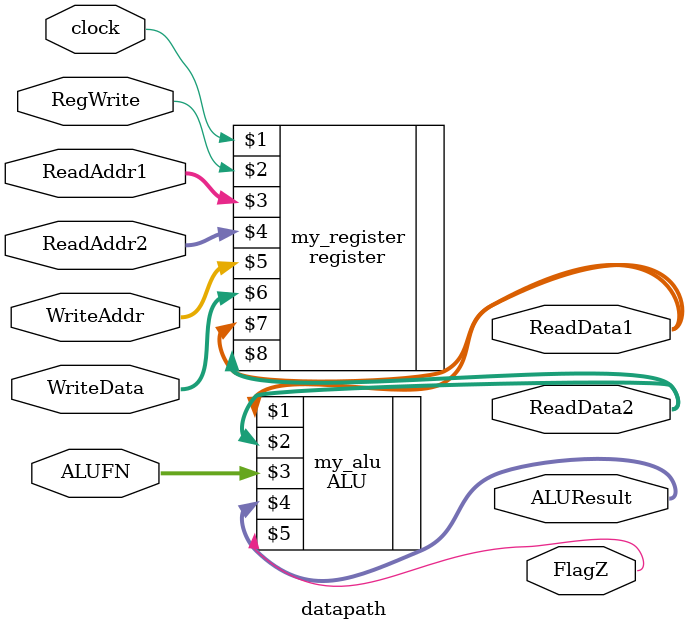
<source format=sv>
`timescale 1ns / 1ps
`default_nettype none


module datapath#(
      parameter Abits = 5,
      parameter Nloc = 32,
      parameter Dbits = 32
    )(
      input wire clock,
      input wire RegWrite,
      input wire [$clog2(Nloc)-1:0] ReadAddr1, ReadAddr2, WriteAddr,
      input wire [4:0] ALUFN,
      input wire [Dbits-1 : 0] WriteData,
      
      output wire [Dbits-1 : 0] ReadData1, ReadData2, ALUResult,
      output wire FlagZ
    );
    
      register #(Nloc, Dbits, "mem_data.txt") my_register(clock, RegWrite,ReadAddr1,ReadAddr2,
      WriteAddr,WriteData,ReadData1,ReadData2);
      ALU #(Dbits) my_alu(ReadData1, ReadData2, ALUFN, ALUResult, FlagZ);
      
endmodule

</source>
